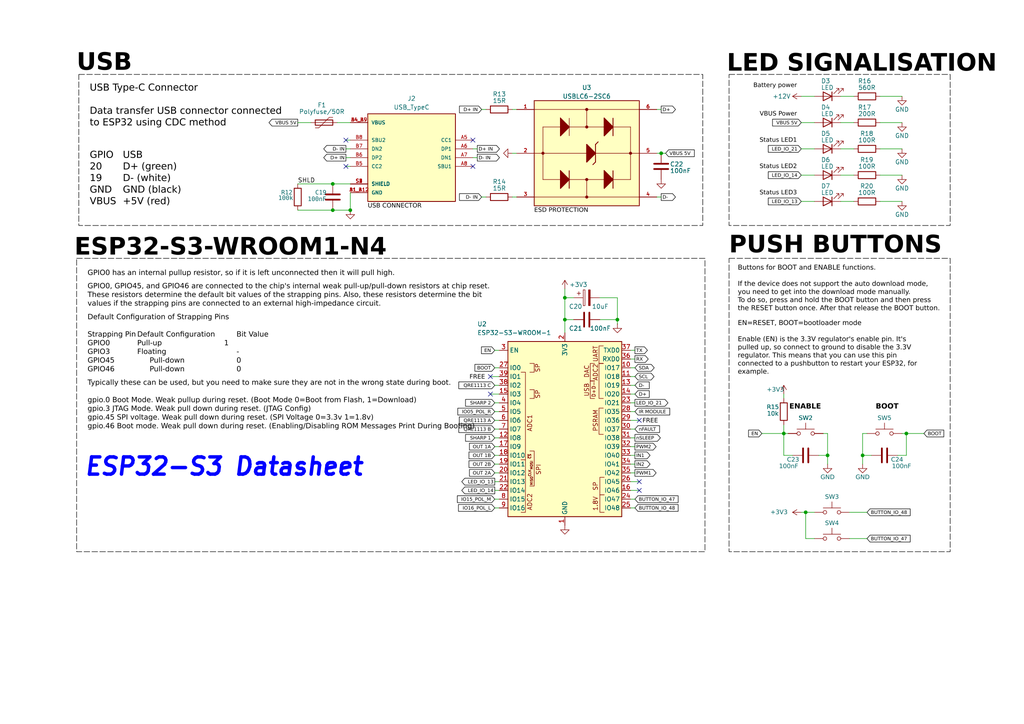
<source format=kicad_sch>
(kicad_sch (version 20250114) (generator "eeschema") (generator_version "9.0")
  (paper "A4")
  (title_block (title "SUMEC_MK_IV") (date "2024-08-05") (rev "v3.0.9") (company "SPS NA PROSEKU") (comment 1 "Made in Prague, Czech Republic") (comment 2 "CONTACT: Savva Popov, savva.popov.sp@gmail.com, +420 605 570 366") (comment 3 "Made by bismarx-v1") (comment 4 "SUMEC MK IV aka SMD-V3 board"))
  (lib_symbols
    (symbol "Device:C" (pin_numbers (hide yes)) (pin_names (offset 0.254))
      (property "Reference" "C" (at 0.635 2.54 0))
      (property "Value" "C" (at 0.635 -2.54 0))
      (symbol "C_0_1"
        (polyline (pts (xy -2.032 0.762) (xy 2.032 0.762)) (stroke (width 0.508)))
        (polyline (pts (xy -2.032 -0.762) (xy 2.032 -0.762)) (stroke (width 0.508)))
      )
      (symbol "C_1_1"
        (pin passive line (at 0 3.81 270) (length 2.794) (name "~") (number "1"))
        (pin passive line (at 0 -3.81 90) (length 2.794) (name "~") (number "2"))
      )
    )
    (symbol "Device:C_Polarized" (pin_numbers (hide yes)) (pin_names (offset 0.254))
      (property "Reference" "C" (at 0.635 2.54 0))
      (property "Value" "C_Polarized" (at 0.635 -2.54 0))
      (symbol "C_Polarized_0_1"
        (rectangle (start -2.286 0.508) (end 2.286 1.016))
        (polyline (pts (xy -1.778 2.286) (xy -0.762 2.286)))
        (polyline (pts (xy -1.27 2.794) (xy -1.27 1.778)))
        (rectangle (start 2.286 -0.508) (end -2.286 -1.016) (fill (type outline)))
      )
      (symbol "C_Polarized_1_1"
        (pin passive line (at 0 3.81 270) (length 2.794) (name "~") (number "1"))
        (pin passive line (at 0 -3.81 90) (length 2.794) (name "~") (number "2"))
      )
    )
    (symbol "Device:LED" (pin_numbers (hide yes)) (pin_names (offset 1.016) (hide yes))
      (property "Reference" "D" (at 0 2.54 0))
      (property "Value" "LED" (at 0 -2.54 0))
      (symbol "LED_0_1"
        (polyline (pts (xy -3.048 -0.762) (xy -4.572 -2.286) (xy -3.81 -2.286) (xy -4.572 -2.286) (xy -4.572 -1.524)))
        (polyline (pts (xy -1.778 -0.762) (xy -3.302 -2.286) (xy -2.54 -2.286) (xy -3.302 -2.286) (xy -3.302 -1.524)))
        (polyline (pts (xy -1.27 0) (xy 1.27 0)))
        (polyline (pts (xy -1.27 -1.27) (xy -1.27 1.27)) (stroke (width 0.254)))
        (polyline (pts (xy 1.27 -1.27) (xy 1.27 1.27) (xy -1.27 0) (xy 1.27 -1.27)) (stroke (width 0.254)))
      )
      (symbol "LED_1_1"
        (pin passive line (at -3.81 0 0) (length 2.54) (name "K") (number "1"))
        (pin passive line (at 3.81 0 180) (length 2.54) (name "A") (number "2"))
      )
    )
    (symbol "Device:Polyfuse" (pin_numbers (hide yes)) (pin_names (offset 0))
      (property "Reference" "F" (at -2.54 0 90))
      (property "Value" "Polyfuse" (at 2.54 0 90))
      (symbol "Polyfuse_0_1"
        (polyline (pts (xy -1.524 2.54) (xy -1.524 1.524) (xy 1.524 -1.524) (xy 1.524 -2.54)))
        (rectangle (start -0.762 2.54) (end 0.762 -2.54) (stroke (width 0.254)))
        (polyline (pts (xy 0 2.54) (xy 0 -2.54)))
      )
      (symbol "Polyfuse_1_1"
        (pin passive line (at 0 3.81 270) (length 1.27) (name "~") (number "1"))
        (pin passive line (at 0 -3.81 90) (length 1.27) (name "~") (number "2"))
      )
    )
    (symbol "Device:R" (pin_numbers (hide yes)) (pin_names (offset 0))
      (property "Reference" "R" (at 2.032 0 90))
      (property "Value" "R" (at 0 0 90))
      (symbol "R_0_1"
        (rectangle (start -1.016 -2.54) (end 1.016 2.54) (stroke (width 0.254)))
      )
      (symbol "R_1_1"
        (pin passive line (at 0 3.81 270) (length 1.27) (name "~") (number "1"))
        (pin passive line (at 0 -3.81 90) (length 1.27) (name "~") (number "2"))
      )
    )
    (symbol "ESP32-S3-WROOM-1_CUSTOM_made_by_bismarx_1"
      (property "Reference" "U3" (at -26.162 -28.956 0))
      (property "Value" "ESP32-S3-WROOM-1" (at -26.162 -30.734 0))
      (symbol "ESP32-S3-WROOM-1_CUSTOM_made_by_bismarx_1_0_0"
        (rectangle (start -20.32 25.4) (end 12.7 -25.4) (stroke (width 0.254)) (fill (type background)))
        (text "PSRAM" (at 5.08 2.54 900) (effects (font (size 1.27 1.27))))
      )
      (symbol "ESP32-S3-WROOM-1_CUSTOM_made_by_bismarx_1_0_1"
        (polyline (pts (xy -16.51 16.51) (xy -15.24 16.51) (xy -15.24 -8.89) (xy -16.51 -8.89)))
        (polyline (pts (xy -16.51 -8.89) (xy -15.24 -8.89) (xy -15.24 -24.13) (xy -16.51 -24.13)))
        (polyline (pts (xy -13.97 16.51) (xy -12.7 16.51) (xy -12.7 19.05) (xy -13.97 19.05)))
        (polyline (pts (xy -13.97 8.89) (xy -12.7 8.89) (xy -12.7 11.43) (xy -13.97 11.43)))
        (polyline (pts (xy -13.97 -16.51) (xy -12.7 -16.51) (xy -12.7 -6.35) (xy -13.97 -6.35)))
        (polyline (pts (xy 4.826 13.97) (xy 3.556 13.97) (xy 3.556 19.05) (xy 4.826 19.05)))
        (polyline (pts (xy 4.826 8.89) (xy 3.556 8.89) (xy 3.556 13.97) (xy 4.826 13.97)))
        (polyline (pts (xy 7.366 19.05) (xy 6.096 19.05) (xy 6.096 24.13) (xy 7.366 24.13)))
        (polyline (pts (xy 7.366 8.89) (xy 6.096 8.89) (xy 6.096 19.05) (xy 7.366 19.05)))
        (polyline (pts (xy 7.366 -1.524) (xy 6.096 -1.524) (xy 6.096 6.096) (xy 7.366 6.096)))
        (polyline (pts (xy 7.62 -19.05) (xy 6.35 -19.05) (xy 6.35 -13.97) (xy 7.62 -13.97)))
        (polyline (pts (xy 7.62 -24.13) (xy 6.35 -24.13) (xy 6.35 -19.05) (xy 7.62 -19.05)))
      )
      (symbol "ESP32-S3-WROOM-1_CUSTOM_made_by_bismarx_1_1_0"
        (text "ADC1" (at -13.97 1.778 900) (effects (font (size 1.27 1.27))))
        (text "~{CS}" (at -13.97 -7.874 900) (effects (font (size 0.7 0.7))))
        (text "CLK" (at -13.97 -12.7 900) (effects (font (size 0.7 0.7))))
        (text "ADC2" (at -13.97 -21.082 900) (effects (font (size 1.27 1.27))))
        (text "MOSI" (at -13.462 -10.414 900) (effects (font (size 0.7 0.7))))
        (text "MISO" (at -13.462 -14.986 900) (effects (font (size 0.7 0.7))))
        (text "SP" (at -11.684 17.78 900) (effects (font (size 1.27 1.27))))
        (text "SP" (at -11.684 10.16 900) (effects (font (size 1.27 1.27))))
        (text "SPI" (at -11.43 -11.684 900) (effects (font (size 1.27 1.27))))
        (text "DAC" (at 2.54 16.764 900) (effects (font (size 1.27 1.27))))
        (text "USB" (at 2.54 11.43 900) (effects (font (size 1.27 1.27))))
        (text "D-" (at 4.572 12.7 900) (effects (font (size 1 1))))
        (text "D+" (at 4.572 10.414 900) (effects (font (size 1 1))))
        (text "UART" (at 5.08 21.844 900) (effects (font (size 1.27 1.27))))
        (text "ADC2" (at 5.08 16.51 900) (effects (font (size 1.27 1.27))))
        (text "SP" (at 5.08 -16.51 900) (effects (font (size 1.27 1.27))))
        (text "1.8V" (at 5.08 -21.59 900) (effects (font (size 1.27 1.27))))
      )
      (symbol "ESP32-S3-WROOM-1_CUSTOM_made_by_bismarx_1_1_1"
        (pin input line (at -22.86 22.86 0) (length 2.54) (name "EN") (number "3"))
        (pin bidirectional line (at -22.86 17.78 0) (length 2.54) (name "IO0") (number "27"))
        (pin bidirectional line (at -22.86 15.24 0) (length 2.54) (name "IO1") (number "39"))
        (pin bidirectional line (at -22.86 12.7 0) (length 2.54) (name "IO2") (number "38"))
        (pin bidirectional line (at -22.86 10.16 0) (length 2.54) (name "IO3") (number "15"))
        (pin bidirectional line (at -22.86 7.62 0) (length 2.54) (name "IO4") (number "4"))
        (pin bidirectional line (at -22.86 5.08 0) (length 2.54) (name "IO5") (number "5"))
        (pin bidirectional line (at -22.86 2.54 0) (length 2.54) (name "IO6") (number "6"))
        (pin bidirectional line (at -22.86 0 0) (length 2.54) (name "IO7") (number "7"))
        (pin bidirectional line (at -22.86 -2.54 0) (length 2.54) (name "IO8") (number "12"))
        (pin bidirectional line (at -22.86 -5.08 0) (length 2.54) (name "IO9") (number "17"))
        (pin bidirectional line (at -22.86 -7.62 0) (length 2.54) (name "IO10") (number "18"))
        (pin bidirectional line (at -22.86 -10.16 0) (length 2.54) (name "IO11") (number "19"))
        (pin bidirectional line (at -22.86 -12.7 0) (length 2.54) (name "IO12") (number "20"))
        (pin bidirectional line (at -22.86 -15.24 0) (length 2.54) (name "IO13") (number "21"))
        (pin bidirectional line (at -22.86 -17.78 0) (length 2.54) (name "IO14") (number "22"))
        (pin bidirectional line (at -22.86 -20.32 0) (length 2.54) (name "IO15") (number "8"))
        (pin bidirectional line (at -22.86 -22.86 0) (length 2.54) (name "IO16") (number "9"))
        (pin power_in line (at -3.81 27.94 270) (length 2.54) (name "3V3") (number "2"))
        (pin power_in line (at -3.81 -27.94 90) (length 2.54) (name "GND") (number "1"))
        (pin passive line (at -3.81 -27.94 90) (length 2.54) (hide yes) (name "GND") (number "40"))
        (pin passive line (at -3.81 -27.94 90) (length 2.54) (hide yes) (name "GND") (number "41"))
        (pin bidirectional line (at 15.24 22.86 180) (length 2.54) (name "TXD0") (number "37"))
        (pin bidirectional line (at 15.24 20.32 180) (length 2.54) (name "RXD0") (number "36"))
        (pin bidirectional line (at 15.24 17.78 180) (length 2.54) (name "IO17") (number "10"))
        (pin bidirectional line (at 15.24 15.24 180) (length 2.54) (name "IO18") (number "11"))
        (pin bidirectional line (at 15.24 12.7 180) (length 2.54) (name "IO19") (number "13"))
        (pin bidirectional line (at 15.24 10.16 180) (length 2.54) (name "IO20") (number "14"))
        (pin bidirectional line (at 15.24 7.62 180) (length 2.54) (name "IO21") (number "23"))
        (pin bidirectional line (at 15.24 5.08 180) (length 2.54) (name "IO35") (number "28"))
        (pin bidirectional line (at 15.24 2.54 180) (length 2.54) (name "IO36") (number "29"))
        (pin bidirectional line (at 15.24 0 180) (length 2.54) (name "IO37") (number "30"))
        (pin bidirectional line (at 15.24 -2.54 180) (length 2.54) (name "IO38") (number "31"))
        (pin bidirectional line (at 15.24 -5.08 180) (length 2.54) (name "IO39") (number "32"))
        (pin bidirectional line (at 15.24 -7.62 180) (length 2.54) (name "IO40") (number "33"))
        (pin bidirectional line (at 15.24 -10.16 180) (length 2.54) (name "IO41") (number "34"))
        (pin bidirectional line (at 15.24 -12.7 180) (length 2.54) (name "IO42") (number "35"))
        (pin bidirectional line (at 15.24 -15.24 180) (length 2.54) (name "IO45") (number "26"))
        (pin bidirectional line (at 15.24 -17.78 180) (length 2.54) (name "IO46") (number "16"))
        (pin bidirectional line (at 15.24 -20.32 180) (length 2.54) (name "IO47") (number "24"))
        (pin bidirectional line (at 15.24 -22.86 180) (length 2.54) (name "IO48") (number "25"))
      )
    )
    (symbol "GND_1" (power) (pin_numbers (hide yes)) (pin_names (offset 0) (hide yes))
      (property "Value" "GND" (at 0 -3.81 0))
      (symbol "GND_1_0_1"
        (polyline (pts (xy 0 0) (xy 0 -1.27) (xy 1.27 -1.27) (xy 0 -2.54) (xy -1.27 -1.27) (xy 0 -1.27)))
      )
      (symbol "GND_1_1_1"
        (pin power_in line (at 0 0 270) (length 0) (name "~") (number "1"))
      )
    )
    (symbol "Switch:SW_Push" (pin_numbers (hide yes)) (pin_names (offset 1.016) (hide yes))
      (property "Reference" "SW" (at 1.27 2.54 0))
      (property "Value" "SW_Push" (at 0 -1.524 0))
      (symbol "SW_Push_0_1"
        (circle (center -2.032 0) (radius 0.508))
        (polyline (pts (xy 0 1.27) (xy 0 3.048)))
        (circle (center 2.032 0) (radius 0.508))
        (polyline (pts (xy 2.54 1.27) (xy -2.54 1.27)))
        (pin passive line (at -5.08 0 0) (length 2.54) (name "1") (number "1"))
        (pin passive line (at 5.08 0 180) (length 2.54) (name "2") (number "2"))
      )
    )
    (symbol "power:+12V" (power) (pin_names (offset 0))
      (property "Value" "+12V" (at 0 3.556 0))
      (symbol "+12V_0_1"
        (polyline (pts (xy -0.762 1.27) (xy 0 2.54)))
        (polyline (pts (xy 0 2.54) (xy 0.762 1.27)))
        (polyline (pts (xy 0 0) (xy 0 2.54)))
      )
      (symbol "+12V_1_1"
        (pin power_in line (at 0 0 90) (length 0) (hide yes) (name "+12V") (number "1"))
      )
    )
    (symbol "power:+3V3" (power) (pin_names (offset 0))
      (property "Value" "+3V3" (at 0 3.556 0))
      (symbol "+3V3_0_1"
        (polyline (pts (xy -0.762 1.27) (xy 0 2.54)))
        (polyline (pts (xy 0 2.54) (xy 0.762 1.27)))
        (polyline (pts (xy 0 0) (xy 0 2.54)))
      )
      (symbol "+3V3_1_1"
        (pin power_in line (at 0 0 90) (length 0) (hide yes) (name "+3V3") (number "1"))
      )
    )
    (symbol "power:GND" (power) (pin_names (offset 0))
      (property "Value" "GND" (at 0 -3.81 0))
      (symbol "GND_0_1"
        (polyline (pts (xy 0 0) (xy 0 -1.27) (xy 1.27 -1.27) (xy 0 -2.54) (xy -1.27 -1.27) (xy 0 -1.27)))
      )
      (symbol "GND_1_1"
        (pin power_in line (at 0 0 270) (length 0) (hide yes) (name "GND") (number "1"))
      )
    )
    (symbol "sumec_library:USBLC6-2SC6" (pin_names (offset 1.016))
      (property "Reference" "U" (at -15.2693 17.8093 0))
      (property "Value" "USBLC6-2SC6" (at -15.2559 -17.7959 0))
      (symbol "USBLC6-2SC6_0_0"
        (polyline (pts (xy -15.24 12.7) (xy 0 12.7)) (stroke (width 0.1524)))
        (polyline (pts (xy -15.24 -12.7) (xy 0 -12.7)) (stroke (width 0.1524)))
        (rectangle (start -15.24 -15.24) (end 15.24 15.24) (stroke (width 0.254)) (fill (type background)))
        (polyline (pts (xy -12.7 7.62) (xy -12.7 0)) (stroke (width 0.1524)))
        (polyline (pts (xy -12.7 7.62) (xy -7.62 7.62)) (stroke (width 0.1524)))
        (circle (center -12.7 0) (radius 0.254) (stroke (width 0.381)))
        (polyline (pts (xy -12.7 0) (xy -15.24 0)) (stroke (width 0.1524)))
        (polyline (pts (xy -12.7 0) (xy -12.7 -7.62)) (stroke (width 0.1524)))
        (polyline (pts (xy -12.7 0) (xy 0 0)) (stroke (width 0.1524)))
        (polyline (pts (xy -12.7 -7.62) (xy -7.62 -7.62)) (stroke (width 0.1524)))
        (polyline (pts (xy -7.62 10.16) (xy -5.08 7.62)) (stroke (width 0.254)))
        (polyline (pts (xy -7.62 10.16) (xy -7.62 5.08) (xy -5.08 7.62) (xy -7.62 10.16)) (stroke (width 0.254)) (fill (type outline)))
        (polyline (pts (xy -7.62 7.62) (xy -7.62 10.16)) (stroke (width 0.254)))
        (polyline (pts (xy -7.62 5.08) (xy -7.62 7.62)) (stroke (width 0.254)))
        (polyline (pts (xy -7.62 -5.08) (xy -5.08 -7.62)) (stroke (width 0.254)))
        (polyline (pts (xy -7.62 -5.08) (xy -7.62 -10.16) (xy -5.08 -7.62) (xy -7.62 -5.08)) (stroke (width 0.254)) (fill (type outline)))
        (polyline (pts (xy -7.62 -7.62) (xy -7.62 -5.08)) (stroke (width 0.254)))
        (polyline (pts (xy -7.62 -10.16) (xy -7.62 -7.62)) (stroke (width 0.254)))
        (polyline (pts (xy -5.08 10.16) (xy -5.08 7.62)) (stroke (width 0.1524)))
        (polyline (pts (xy -5.08 7.62) (xy -7.62 5.08)) (stroke (width 0.254)))
        (polyline (pts (xy -5.08 7.62) (xy -5.08 5.08)) (stroke (width 0.1524)))
        (polyline (pts (xy -5.08 7.62) (xy 0 7.62)) (stroke (width 0.1524)))
        (polyline (pts (xy -5.08 -5.08) (xy -5.08 -7.62)) (stroke (width 0.254)))
        (polyline (pts (xy -5.08 -7.62) (xy -7.62 -10.16)) (stroke (width 0.254)))
        (polyline (pts (xy -5.08 -7.62) (xy -5.08 -10.16)) (stroke (width 0.254)))
        (polyline (pts (xy -5.08 -7.62) (xy 0 -7.62)) (stroke (width 0.1524)))
        (circle (center 0 12.7) (radius 0.254) (stroke (width 0.381)))
        (polyline (pts (xy 0 12.7) (xy 15.24 12.7)) (stroke (width 0.1524)))
        (circle (center 0 7.62) (radius 0.254) (stroke (width 0.381)))
        (polyline (pts (xy 0 7.62) (xy 0 12.7)) (stroke (width 0.1524)))
        (polyline (pts (xy 0 7.62) (xy 5.08 7.62)) (stroke (width 0.1524)))
        (polyline (pts (xy 0 2.54) (xy 2.54 0)) (stroke (width 0.254)))
        (polyline (pts (xy 0 2.54) (xy 0 -2.54) (xy 2.54 0) (xy 0 2.54)) (stroke (width 0.254)) (fill (type outline)))
        (polyline (pts (xy 0 0) (xy 0 2.54)) (stroke (width 0.254)))
        (polyline (pts (xy 0 -2.54) (xy 0 0)) (stroke (width 0.254)))
        (polyline (pts (xy 0 -7.62) (xy 0 -12.7)) (stroke (width 0.1524)))
        (polyline (pts (xy 0 -7.62) (xy 5.08 -7.62)) (stroke (width 0.1524)))
        (circle (center 0 -7.62) (radius 0.254) (stroke (width 0.381)))
        (circle (center 0 -12.7) (radius 0.254) (stroke (width 0.381)))
        (polyline (pts (xy 2.54 2.54) (xy 2.54 -2.54)) (stroke (width 0.254)))
        (polyline (pts (xy 2.54 2.54) (xy 3.302 3.302)) (stroke (width 0.254)))
        (polyline (pts (xy 2.54 0) (xy 0 -2.54)) (stroke (width 0.254)))
        (polyline (pts (xy 2.54 0) (xy 12.7 0)) (stroke (width 0.1524)))
        (polyline (pts (xy 2.54 -2.54) (xy 1.778 -3.302)) (stroke (width 0.254)))
        (polyline (pts (xy 5.08 10.16) (xy 7.62 7.62)) (stroke (width 0.254)))
        (polyline (pts (xy 5.08 10.16) (xy 5.08 5.08) (xy 7.62 7.62) (xy 5.08 10.16)) (stroke (width 0.254)) (fill (type outline)))
        (polyline (pts (xy 5.08 7.62) (xy 5.08 10.16)) (stroke (width 0.254)))
        (polyline (pts (xy 5.08 5.08) (xy 5.08 7.62)) (stroke (width 0.254)))
        (polyline (pts (xy 5.08 -5.08) (xy 7.62 -7.62)) (stroke (width 0.254)))
        (polyline (pts (xy 5.08 -5.08) (xy 5.08 -10.16) (xy 7.62 -7.62) (xy 5.08 -5.08)) (stroke (width 0.254)) (fill (type outline)))
        (polyline (pts (xy 5.08 -7.62) (xy 5.08 -5.08)) (stroke (width 0.254)))
        (polyline (pts (xy 5.08 -10.16) (xy 5.08 -7.62)) (stroke (width 0.254)))
        (polyline (pts (xy 7.62 10.16) (xy 7.62 7.62)) (stroke (width 0.254)))
        (polyline (pts (xy 7.62 7.62) (xy 5.08 5.08)) (stroke (width 0.254)))
        (polyline (pts (xy 7.62 7.62) (xy 7.62 5.08)) (stroke (width 0.254)))
        (polyline (pts (xy 7.62 7.62) (xy 12.7 7.62)) (stroke (width 0.1524)))
        (polyline (pts (xy 7.62 -5.08) (xy 7.62 -7.62)) (stroke (width 0.254)))
        (polyline (pts (xy 7.62 -7.62) (xy 5.08 -10.16)) (stroke (width 0.254)))
        (polyline (pts (xy 7.62 -7.62) (xy 7.62 -10.16)) (stroke (width 0.254)))
        (polyline (pts (xy 7.62 -7.62) (xy 12.7 -7.62)) (stroke (width 0.1524)))
        (polyline (pts (xy 12.7 7.62) (xy 12.7 0)) (stroke (width 0.1524)))
        (polyline (pts (xy 12.7 0) (xy 12.7 -7.62)) (stroke (width 0.1524)))
        (polyline (pts (xy 12.7 0) (xy 15.24 0)) (stroke (width 0.1524)))
        (circle (center 12.7 0) (radius 0.254) (stroke (width 0.381)))
        (polyline (pts (xy 15.24 -12.7) (xy 0 -12.7)) (stroke (width 0.1524)))
        (pin bidirectional line (at -20.32 12.7 0) (length 5.08) (name "~") (number "1"))
        (pin power_in line (at -20.32 0 0) (length 5.08) (name "~") (number "2"))
        (pin bidirectional line (at -20.32 -12.7 0) (length 5.08) (name "~") (number "3"))
        (pin bidirectional line (at 20.32 12.7 180) (length 5.08) (name "~") (number "6"))
        (pin power_in line (at 20.32 0 180) (length 5.08) (name "~") (number "5"))
        (pin bidirectional line (at 20.32 -12.7 180) (length 5.08) (name "~") (number "4"))
      )
    )
    (symbol "sumec_sch_lib:USB_TypeC" (pin_names (offset 1.016))
      (property "Reference" "J" (at -12.7 13.462 0))
      (property "Value" "USB_TypeC" (at -12.7 -13.462 0))
      (symbol "USB_TypeC_0_0"
        (rectangle (start -12.7 -12.7) (end 12.7 12.7) (stroke (width 0.254)) (fill (type background)))
        (pin bidirectional line (at -17.78 5.08 0) (length 5.08) (name "CC1") (number "A5"))
        (pin bidirectional line (at -17.78 2.54 0) (length 5.08) (name "DP1") (number "A6"))
        (pin bidirectional line (at -17.78 0 0) (length 5.08) (name "DN1") (number "A7"))
        (pin bidirectional line (at -17.78 -2.54 0) (length 5.08) (name "SBU1") (number "A8"))
        (pin power_in line (at 17.78 10.16 180) (length 5.08) (name "VBUS") (number "A4_B9"))
        (pin power_in line (at 17.78 10.16 180) (length 5.08) (name "VBUS") (number "B4_A9"))
        (pin bidirectional line (at 17.78 5.08 180) (length 5.08) (name "SBU2") (number "B8"))
        (pin bidirectional line (at 17.78 2.54 180) (length 5.08) (name "DN2") (number "B7"))
        (pin bidirectional line (at 17.78 0 180) (length 5.08) (name "DP2") (number "B6"))
        (pin bidirectional line (at 17.78 -2.54 180) (length 5.08) (name "CC2") (number "B5"))
        (pin passive line (at 17.78 -7.62 180) (length 5.08) (name "SHIELD") (number "S1"))
        (pin passive line (at 17.78 -7.62 180) (length 5.08) (name "SHIELD") (number "S2"))
        (pin passive line (at 17.78 -7.62 180) (length 5.08) (name "SHIELD") (number "S3"))
        (pin passive line (at 17.78 -7.62 180) (length 5.08) (name "SHIELD") (number "S4"))
        (pin power_in line (at 17.78 -10.16 180) (length 5.08) (name "GND") (number "A1_B12"))
        (pin power_in line (at 17.78 -10.16 180) (length 5.08) (name "GND") (number "B1_A12"))
      )
    )
  )
  (rectangle (start 211.455 21.59) (end 275.59 65.405) (stroke (width 0) (type dash) (color 0 0 0 1)))
  (rectangle (start 211.455 74.93) (end 275.59 160.02) (stroke (width 0) (type dash) (color 0 0 0 1)))
  (rectangle (start 22.225 74.93) (end 204.47 160.02) (stroke (width 0) (type dash) (color 0 0 0 1)))
  (rectangle (start 22.86 21.59) (end 203.835 65.405) (stroke (width 0) (type dash) (color 0 0 0 1)))
  (text "VBUS Power" (at 231.14 34.29 0) (effects (font (size 1.27 1.27)) (justify right bottom)))
  (text "Typically these can be used, but you need to make sure they are not in the wrong state during boot.\n\ngpio.0 Boot Mode. Weak pullup during reset. (Boot Mode 0=Boot from Flash, 1=Download)\ngpio.3 JTAG Mode. Weak pull down during reset. (JTAG Config)\ngpio.45 SPI voltage. Weak pull down during reset. (SPI Voltage 0=3.3v 1=1.8v)\ngpio.46 Boot mode. Weak pull down during reset. (Enabling/Disabling ROM Messages Print During Booting)" (at 25.4 125.095 0) (effects (font (size 1.5 1.5)) (justify left bottom)))
  (text "Status LED3" (at 231.14 57.15 0) (effects (font (size 1.27 1.27)) (justify right bottom)))
  (text "GPIO0 has an internal pullup resistor, so if it is left unconnected then it will pull high." (at 25.4 80.645 0) (effects (font (size 1.5 1.5)) (justify left bottom)))
  (text "ESD PROTECTION" (at 154.94 62.23 0) (effects (font (size 1.27 1.27)) (justify left bottom)))
  (text "ESP32-S3-WROOM1-N4" (at 21.59 76.2 0) (effects (font (size 5 5) (bold yes)) (justify left bottom)))
  (text "FREE" (at 138.43 109.855 0) (effects (font (size 1.27 1.27))))
  (text "USB CONNECTOR" (at 106.68 60.96 0) (effects (font (size 1.27 1.27)) (justify left bottom)))
  (text "GPIO0, GPIO45, and GPIO46 are connected to the chip's internal weak pull-up/pull-down resistors at chip reset.\nThese resistors determine the default bit values of the strapping pins. Also, these resistors determine the bit\nvalues if the strapping pins are connected to an external high-impedance circuit." (at 25.4 89.535 0) (effects (font (size 1.5 1.5)) (justify left bottom)))
  (text "FREE" (at 188.595 122.555 0) (effects (font (size 1.27 1.27))))
  (text "USB Type-C Connector\n\nData transfer USB connector connected\nto ESP32 using CDC method" (at 26.035 37.465 0) (effects (font (size 2 2) (italic yes)) (justify left bottom)))
  (text "LED SIGNALISATION" (at 210.82 22.86 0) (effects (font (size 5 5) (bold yes)) (justify left bottom)))
  (text "EN=RESET, BOOT=bootloader mode\n\nEnable (EN) is the 3.3V regulator's enable pin. It's\npulled up, so connect to ground to disable the 3.3V\nregulator. This means that you can use this pin\nconnected to a pushbutton to restart your ESP32, for\nexample." (at 213.995 109.22 0) (effects (font (size 1.4 1.4) (italic yes)) (justify left bottom)))
  (text "ENABLE" (at 238.125 119.38 0) (effects (font (size 1.5 1.5) (thickness 0.254) (bold yes)) (justify right bottom)))
  (text "BOOT" (at 254 119.38 0) (effects (font (size 1.5 1.5) (bold yes)) (justify left bottom)))
  (text "USB" (at 22.225 19.685 0) (effects (font (size 5 5) (thickness 1.2) (bold yes)) (justify left)))
  (text "Buttons for BOOT and ENABLE functions.\n\nIf the device does not support the auto download mode,\nyou need to get into the download mode manually. \nTo do so, press and hold the BOOT button and then press \nthe RESET button once. After that release the BOOT button." (at 213.995 90.805 0) (effects (font (size 1.4 1.4) (italic yes)) (justify left bottom)))
  (text "Battery power" (at 231.14 26.035 0) (effects (font (size 1.27 1.27)) (justify right bottom)))
  (text "Status LED2" (at 231.14 49.53 0) (effects (font (size 1.27 1.27)) (justify right bottom)))
  (text "PUSH BUTTONS" (at 211.455 75.565 0) (effects (font (size 5 5) (bold yes)) (justify left bottom)))
  (text "ESP32-S3 Datasheet" (at 24.13 138.43 0) (effects (font (size 5 5) (thickness 1) (bold yes) (italic yes)) (justify left bottom)))
  (text "Status LED1" (at 231.14 41.91 0) (effects (font (size 1.27 1.27)) (justify right bottom)))
  (text "Default Configuration of Strapping Pins\n\nStrapping Pin	Default Configuration		Bit Value\nGPIO0 			Pull-up						1\nGPIO3			Floating						-\nGPIO45			Pull-down					0\nGPIO46			Pull-down					0" (at 25.4 108.585 0) (effects (font (size 1.5 1.5)) (justify left bottom)))
  (text "GPIO	USB\n20		D+ (green)\n19		D- (white)\nGND	GND (black)\nVBUS	+5V (red)" (at 26.035 60.325 0) (effects (font (size 2 2)) (justify left bottom)))
  (junction (at 233.68 148.59))
  (junction (at 96.52 60.96))
  (junction (at 96.52 53.34))
  (junction (at 163.83 86.36))
  (junction (at 163.83 92.71))
  (junction (at 240.03 132.08))
  (junction (at 179.07 92.71))
  (junction (at 101.6 60.96))
  (junction (at 250.19 132.08))
  (junction (at 191.77 44.45))
  (junction (at 262.89 125.73))
  (junction (at 227.33 125.73))
  (no_connect (at 185.42 121.92))
  (no_connect (at 142.24 114.3))
  (no_connect (at 100.33 40.64))
  (no_connect (at 137.16 40.64))
  (no_connect (at 137.16 48.26))
  (no_connect (at 185.42 139.7))
  (no_connect (at 185.42 142.24))
  (no_connect (at 142.24 109.22))
  (no_connect (at 100.33 48.26))
  (wire (pts (xy 240.03 125.73) (xy 238.76 125.73)))
  (wire (pts (xy 250.19 134.62) (xy 250.19 132.08)))
  (wire (pts (xy 250.19 132.08) (xy 252.73 132.08)))
  (wire (pts (xy 96.52 53.34) (xy 101.6 53.34)))
  (wire (pts (xy 86.36 53.34) (xy 96.52 53.34)))
  (wire (pts (xy 246.38 148.59) (xy 251.46 148.59)))
  (wire (pts (xy 184.15 124.46) (xy 182.88 124.46)))
  (wire (pts (xy 142.24 109.22) (xy 144.78 109.22)))
  (wire (pts (xy 179.07 86.36) (xy 179.07 92.71)))
  (wire (pts (xy 227.33 115.57) (xy 227.33 114.3)))
  (wire (pts (xy 255.27 50.8) (xy 261.62 50.8)))
  (wire (pts (xy 227.33 125.73) (xy 228.6 125.73)))
  (wire (pts (xy 232.41 35.56) (xy 236.22 35.56)))
  (wire (pts (xy 240.03 132.08) (xy 237.49 132.08)))
  (wire (pts (xy 233.68 156.21) (xy 236.22 156.21)))
  (wire (pts (xy 100.33 40.64) (xy 101.6 40.64)))
  (wire (pts (xy 138.43 43.18) (xy 137.16 43.18)))
  (wire (pts (xy 90.17 35.56) (xy 86.36 35.56)))
  (wire (pts (xy 143.51 132.08) (xy 144.78 132.08)))
  (wire (pts (xy 163.83 92.71) (xy 163.83 96.52)))
  (wire (pts (xy 184.15 104.14) (xy 182.88 104.14)))
  (wire (pts (xy 143.51 121.92) (xy 144.78 121.92)))
  (wire (pts (xy 184.15 101.6) (xy 182.88 101.6)))
  (wire (pts (xy 143.51 127) (xy 144.78 127)))
  (wire (pts (xy 184.15 127) (xy 182.88 127)))
  (wire (pts (xy 139.7 31.75) (xy 140.97 31.75)))
  (wire (pts (xy 184.15 144.78) (xy 182.88 144.78)))
  (wire (pts (xy 185.42 142.24) (xy 182.88 142.24)))
  (wire (pts (xy 191.77 57.15) (xy 190.5 57.15)))
  (wire (pts (xy 191.77 44.45) (xy 190.5 44.45)))
  (wire (pts (xy 262.89 125.73) (xy 267.97 125.73)))
  (wire (pts (xy 139.7 57.15) (xy 140.97 57.15)))
  (wire (pts (xy 255.27 27.94) (xy 261.62 27.94)))
  (wire (pts (xy 163.83 86.36) (xy 163.83 92.71)))
  (wire (pts (xy 184.15 134.62) (xy 182.88 134.62)))
  (wire (pts (xy 193.04 44.45) (xy 191.77 44.45)))
  (wire (pts (xy 148.59 57.15) (xy 149.86 57.15)))
  (wire (pts (xy 100.33 43.18) (xy 101.6 43.18)))
  (wire (pts (xy 86.36 60.96) (xy 96.52 60.96)))
  (wire (pts (xy 232.41 43.18) (xy 236.22 43.18)))
  (wire (pts (xy 143.51 101.6) (xy 144.78 101.6)))
  (wire (pts (xy 96.52 60.96) (xy 101.6 60.96)))
  (wire (pts (xy 262.89 125.73) (xy 262.89 132.08)))
  (wire (pts (xy 185.42 139.7) (xy 182.88 139.7)))
  (wire (pts (xy 220.98 125.73) (xy 227.33 125.73)))
  (wire (pts (xy 143.51 144.78) (xy 144.78 144.78)))
  (wire (pts (xy 163.83 86.36) (xy 166.37 86.36)))
  (wire (pts (xy 143.51 134.62) (xy 144.78 134.62)))
  (wire (pts (xy 243.84 58.42) (xy 247.65 58.42)))
  (wire (pts (xy 255.27 58.42) (xy 261.62 58.42)))
  (wire (pts (xy 143.51 111.76) (xy 144.78 111.76)))
  (wire (pts (xy 143.51 139.7) (xy 144.78 139.7)))
  (wire (pts (xy 182.88 129.54) (xy 184.15 129.54)))
  (wire (pts (xy 255.27 35.56) (xy 261.62 35.56)))
  (wire (pts (xy 184.15 116.84) (xy 182.88 116.84)))
  (wire (pts (xy 262.89 125.73) (xy 261.62 125.73)))
  (wire (pts (xy 143.51 124.46) (xy 144.78 124.46)))
  (wire (pts (xy 184.15 111.76) (xy 182.88 111.76)))
  (wire (pts (xy 143.51 119.38) (xy 144.78 119.38)))
  (wire (pts (xy 233.68 148.59) (xy 233.68 156.21)))
  (wire (pts (xy 97.79 35.56) (xy 101.6 35.56)))
  (wire (pts (xy 143.51 147.32) (xy 144.78 147.32)))
  (wire (pts (xy 255.27 43.18) (xy 261.62 43.18)))
  (wire (pts (xy 243.84 43.18) (xy 247.65 43.18)))
  (wire (pts (xy 184.15 109.22) (xy 182.88 109.22)))
  (wire (pts (xy 243.84 35.56) (xy 247.65 35.56)))
  (wire (pts (xy 184.15 132.08) (xy 182.88 132.08)))
  (wire (pts (xy 227.33 123.19) (xy 227.33 125.73)))
  (wire (pts (xy 184.15 119.38) (xy 182.88 119.38)))
  (wire (pts (xy 148.59 31.75) (xy 149.86 31.75)))
  (wire (pts (xy 143.51 137.16) (xy 144.78 137.16)))
  (wire (pts (xy 232.41 148.59) (xy 233.68 148.59)))
  (wire (pts (xy 243.84 27.94) (xy 247.65 27.94)))
  (wire (pts (xy 243.84 50.8) (xy 247.65 50.8)))
  (wire (pts (xy 233.68 148.59) (xy 236.22 148.59)))
  (wire (pts (xy 240.03 134.62) (xy 240.03 132.08)))
  (wire (pts (xy 100.33 45.72) (xy 101.6 45.72)))
  (wire (pts (xy 148.59 44.45) (xy 149.86 44.45)))
  (wire (pts (xy 250.19 125.73) (xy 251.46 125.73)))
  (wire (pts (xy 184.15 114.3) (xy 182.88 114.3)))
  (wire (pts (xy 163.83 83.82) (xy 163.83 86.36)))
  (wire (pts (xy 166.37 92.71) (xy 163.83 92.71)))
  (wire (pts (xy 184.15 147.32) (xy 182.88 147.32)))
  (wire (pts (xy 232.41 27.94) (xy 236.22 27.94)))
  (wire (pts (xy 143.51 106.68) (xy 144.78 106.68)))
  (wire (pts (xy 179.07 92.71) (xy 179.07 93.98)))
  (wire (pts (xy 173.99 92.71) (xy 179.07 92.71)))
  (wire (pts (xy 143.51 142.24) (xy 144.78 142.24)))
  (wire (pts (xy 142.24 114.3) (xy 144.78 114.3)))
  (wire (pts (xy 240.03 125.73) (xy 240.03 132.08)))
  (wire (pts (xy 185.42 121.92) (xy 182.88 121.92)))
  (wire (pts (xy 190.5 31.75) (xy 191.77 31.75)))
  (wire (pts (xy 232.41 50.8) (xy 236.22 50.8)))
  (wire (pts (xy 143.51 116.84) (xy 144.78 116.84)))
  (wire (pts (xy 143.51 129.54) (xy 144.78 129.54)))
  (wire (pts (xy 138.43 45.72) (xy 137.16 45.72)))
  (wire (pts (xy 229.87 132.08) (xy 227.33 132.08)))
  (wire (pts (xy 101.6 60.96) (xy 101.6 55.88)))
  (wire (pts (xy 251.46 156.21) (xy 246.38 156.21)))
  (wire (pts (xy 184.15 137.16) (xy 182.88 137.16)))
  (wire (pts (xy 227.33 125.73) (xy 227.33 132.08)))
  (wire (pts (xy 173.99 86.36) (xy 179.07 86.36)))
  (wire (pts (xy 232.41 58.42) (xy 236.22 58.42)))
  (wire (pts (xy 100.33 48.26) (xy 101.6 48.26)))
  (wire (pts (xy 250.19 125.73) (xy 250.19 132.08)))
  (wire (pts (xy 260.35 132.08) (xy 262.89 132.08)))
  (wire (pts (xy 184.15 106.68) (xy 182.88 106.68)))
  (label "SHLD" (at 86.36 53.34 0))
  (global_label "D-" (shape input) (at 184.15 111.76 0) (effects (font (size 1 1))) (property "Intersheetrefs" "${INTERSHEET_REFS}" (effects (hide yes))))
  (global_label "LED_IO_13" (shape input) (at 232.41 58.42 180) (effects (font (size 1 1))) (property "Intersheetrefs" "${INTERSHEET_REFS}" (effects (hide yes))))
  (global_label "BUTTON_IO_47" (shape input) (at 184.15 144.78 0) (effects (font (size 1 1))) (property "Intersheetrefs" "${INTERSHEET_REFS}" (effects (hide yes))))
  (global_label "D+ IN" (shape input) (at 139.7 31.75 180) (effects (font (size 1 1))) (property "Intersheetrefs" "${INTERSHEET_REFS}" (effects (hide yes))))
  (global_label "LED_IO_14" (shape output) (at 143.51 142.24 180) (effects (font (size 1 1))) (property "Intersheetrefs" "${INTERSHEET_REFS}" (effects (hide yes))))
  (global_label "OUT 1A" (shape input) (at 143.51 129.54 180) (effects (font (size 1 1))) (property "Intersheetrefs" "${INTERSHEET_REFS}" (effects (hide yes))))
  (global_label "D-" (shape output) (at 191.77 57.15 0) (effects (font (size 1 1))) (property "Intersheetrefs" "${INTERSHEET_REFS}" (effects (hide yes))))
  (global_label "PWM2" (shape output) (at 184.15 129.54 0) (effects (font (size 1 1))) (property "Intersheetrefs" "${INTERSHEET_REFS}" (effects (hide yes))))
  (global_label "BUTTON_IO_48" (shape input) (at 184.15 147.32 0) (effects (font (size 1 1))) (property "Intersheetrefs" "${INTERSHEET_REFS}" (effects (hide yes))))
  (global_label "IO16_POL_L" (shape input) (at 143.51 147.32 180) (effects (font (size 1 1))) (property "Intersheetrefs" "${INTERSHEET_REFS}" (effects (hide yes))))
  (global_label "EN" (shape input) (at 143.51 101.6 180) (effects (font (size 1 1))) (property "Intersheetrefs" "${INTERSHEET_REFS}" (effects (hide yes))))
  (global_label "BUTTON_IO_47" (shape input) (at 251.46 156.21 0) (effects (font (size 1 1))) (property "Intersheetrefs" "${INTERSHEET_REFS}" (effects (hide yes))))
  (global_label "QRE1113 C" (shape input) (at 143.51 111.76 180) (effects (font (size 1 1))) (property "Intersheetrefs" "${INTERSHEET_REFS}" (effects (hide yes))))
  (global_label "SCL" (shape bidirectional) (at 184.15 109.22 0) (effects (font (size 1 1))) (property "Intersheetrefs" "${INTERSHEET_REFS}" (effects (hide yes))))
  (global_label "D+ IN" (shape output) (at 100.33 45.72 180) (effects (font (size 1 1))) (property "Intersheetrefs" "${INTERSHEET_REFS}" (effects (hide yes))))
  (global_label "D+" (shape output) (at 191.77 31.75 0) (effects (font (size 1 1))) (property "Intersheetrefs" "${INTERSHEET_REFS}" (effects (hide yes))))
  (global_label "SHARP 1" (shape input) (at 143.51 127 180) (effects (font (size 1 1))) (property "Intersheetrefs" "${INTERSHEET_REFS}" (effects (hide yes))))
  (global_label "OUT 2B" (shape input) (at 143.51 134.62 180) (effects (font (size 1 1))) (property "Intersheetrefs" "${INTERSHEET_REFS}" (effects (hide yes))))
  (global_label "IR MODULE" (shape input) (at 184.15 119.38 0) (effects (font (size 1 1))) (property "Intersheetrefs" "${INTERSHEET_REFS}" (effects (hide yes))))
  (global_label "BOOT" (shape input) (at 143.51 106.68 180) (effects (font (size 1 1))) (property "Intersheetrefs" "${INTERSHEET_REFS}" (effects (hide yes))))
  (global_label "LED_IO_13" (shape output) (at 143.51 139.7 180) (effects (font (size 1 1))) (property "Intersheetrefs" "${INTERSHEET_REFS}" (effects (hide yes))))
  (global_label "D- IN" (shape output) (at 138.43 45.72 0) (effects (font (size 1 1))) (property "Intersheetrefs" "${INTERSHEET_REFS}" (effects (hide yes))))
  (global_label "D+" (shape input) (at 184.15 114.3 0) (effects (font (size 1 1))) (property "Intersheetrefs" "${INTERSHEET_REFS}" (effects (hide yes))))
  (global_label "IO15_POL_M" (shape input) (at 143.51 144.78 180) (effects (font (size 1 1))) (property "Intersheetrefs" "${INTERSHEET_REFS}" (effects (hide yes))))
  (global_label "BOOT" (shape input) (at 267.97 125.73 0) (effects (font (size 1 1))) (property "Intersheetrefs" "${INTERSHEET_REFS}" (effects (hide yes))))
  (global_label "LED_IO_21" (shape output) (at 184.15 116.84 0) (effects (font (size 1 1))) (property "Intersheetrefs" "${INTERSHEET_REFS}" (effects (hide yes))))
  (global_label "IN2" (shape output) (at 184.15 134.62 0) (effects (font (size 1 1))) (property "Intersheetrefs" "${INTERSHEET_REFS}" (effects (hide yes))))
  (global_label "nSLEEP" (shape output) (at 184.15 127 0) (effects (font (size 1 1))) (property "Intersheetrefs" "${INTERSHEET_REFS}" (effects (hide yes))))
  (global_label "IO05_POL_R" (shape input) (at 143.51 119.38 180) (effects (font (size 1 1))) (property "Intersheetrefs" "${INTERSHEET_REFS}" (effects (hide yes))))
  (global_label "OUT 1B" (shape input) (at 143.51 132.08 180) (effects (font (size 1 1))) (property "Intersheetrefs" "${INTERSHEET_REFS}" (effects (hide yes))))
  (global_label "D- IN" (shape input) (at 139.7 57.15 180) (effects (font (size 1 1))) (property "Intersheetrefs" "${INTERSHEET_REFS}" (effects (hide yes))))
  (global_label "D- IN" (shape output) (at 100.33 43.18 180) (effects (font (size 1 1))) (property "Intersheetrefs" "${INTERSHEET_REFS}" (effects (hide yes))))
  (global_label "D+ IN" (shape output) (at 138.43 43.18 0) (effects (font (size 1 1))) (property "Intersheetrefs" "${INTERSHEET_REFS}" (effects (hide yes))))
  (global_label "PWM1" (shape output) (at 184.15 137.16 0) (effects (font (size 1 1))) (property "Intersheetrefs" "${INTERSHEET_REFS}" (effects (hide yes))))
  (global_label "IN1" (shape output) (at 184.15 132.08 0) (effects (font (size 1 1))) (property "Intersheetrefs" "${INTERSHEET_REFS}" (effects (hide yes))))
  (global_label "SDA" (shape bidirectional) (at 184.15 106.68 0) (effects (font (size 1 1))) (property "Intersheetrefs" "${INTERSHEET_REFS}" (effects (hide yes))))
  (global_label "QRE1113 B" (shape input) (at 143.51 124.46 180) (effects (font (size 1 1))) (property "Intersheetrefs" "${INTERSHEET_REFS}" (effects (hide yes))))
  (global_label "OUT 2A" (shape input) (at 143.51 137.16 180) (effects (font (size 1 1))) (property "Intersheetrefs" "${INTERSHEET_REFS}" (effects (hide yes))))
  (global_label "BUTTON_IO_48" (shape input) (at 251.46 148.59 0) (effects (font (size 1 1))) (property "Intersheetrefs" "${INTERSHEET_REFS}" (effects (hide yes))))
  (global_label "VBUS 5V" (shape input) (at 232.41 35.56 180) (effects (font (size 1 1))) (property "Intersheetrefs" "${INTERSHEET_REFS}" (effects (hide yes))))
  (global_label "SHARP 2" (shape input) (at 143.51 116.84 180) (effects (font (size 1 1))) (property "Intersheetrefs" "${INTERSHEET_REFS}" (effects (hide yes))))
  (global_label "TX" (shape output) (at 184.15 101.6 0) (effects (font (size 1 1))) (property "Intersheetrefs" "${INTERSHEET_REFS}" (effects (hide yes))))
  (global_label "LED_IO_14" (shape input) (at 232.41 50.8 180) (effects (font (size 1 1))) (property "Intersheetrefs" "${INTERSHEET_REFS}" (effects (hide yes))))
  (global_label "VBUS 5V" (shape input) (at 193.04 44.45 0) (effects (font (size 1 1))) (property "Intersheetrefs" "${INTERSHEET_REFS}" (effects (hide yes))))
  (global_label "VBUS 5V" (shape output) (at 86.36 35.56 180) (effects (font (size 1 1))) (property "Intersheetrefs" "${INTERSHEET_REFS}" (effects (hide yes))))
  (global_label "EN" (shape input) (at 220.98 125.73 180) (effects (font (size 1 1))) (property "Intersheetrefs" "${INTERSHEET_REFS}" (effects (hide yes))))
  (global_label "LED_IO_21" (shape input) (at 232.41 43.18 180) (effects (font (size 1 1))) (property "Intersheetrefs" "${INTERSHEET_REFS}" (effects (hide yes))))
  (global_label "RX" (shape output) (at 184.15 104.14 0) (effects (font (size 1 1))) (property "Intersheetrefs" "${INTERSHEET_REFS}" (effects (hide yes))))
  (global_label "QRE1113 A" (shape input) (at 143.51 121.92 180) (effects (font (size 1 1))) (property "Intersheetrefs" "${INTERSHEET_REFS}" (effects (hide yes))))
  (global_label "nFAULT" (shape input) (at 184.15 124.46 0) (effects (font (size 1 1))) (property "Intersheetrefs" "${INTERSHEET_REFS}" (effects (hide yes))))
  (symbol (lib_id "Device:R") (at 251.46 58.42 90) (unit 1)
    (property "Reference" "R20" (at 253.365 53.975 90) (effects (justify left)))
    (property "Value" "100R" (at 254 55.88 90) (effects (justify left)))
    (property "Footprint" "Resistor_SMD:R_0805_2012Metric_Pad1.20x1.40mm_HandSolder" (effects (hide yes)))
  )
  (symbol (lib_id "Switch:SW_Push") (at 241.3 148.59 0) (unit 1)
    (property "Reference" "SW3" (at 241.3 144.145 0))
    (property "Value" "SW_Push" (effects (hide yes)))
    (property "Footprint" "sumec_brd:SW_SPST_EVQPE1" (effects (hide yes)))
  )
  (symbol (lib_id "Device:LED") (at 240.03 58.42 180) (unit 1)
    (property "Reference" "D7" (at 238.125 53.975 0) (effects (justify right)))
    (property "Value" "LED" (at 238.125 55.88 0) (effects (justify right)))
    (property "Footprint" "LED_SMD:LED_0805_2012Metric_Pad1.15x1.40mm_HandSolder" (effects (hide yes)))
  )
  (symbol (lib_name "ESP32-S3-WROOM-1_CUSTOM_made_by_bismarx_1") (lib_id "sumec_sch_lib:ESP32-S3-WROOM-1_CUSTOM_made_by_bismarx") (at 167.64 124.46 0) (unit 1)
    (property "Reference" "U2" (at 138.43 93.98 0) (effects (justify left)))
    (property "Value" "ESP32-S3-WROOM-1" (at 138.43 96.52 0) (effects (justify left)))
    (property "Footprint" "PCM_Espressif:ESP32-S3-WROOM-1" (effects (hide yes)))
    (property "Datasheet" "https://www.espressif.com/sites/default/files/documentation/esp32-s3-wroom-1_wroom-1u_datasheet_en.pdf" (effects (hide yes)))
    (property "Description" "RF Module, ESP32-S3 SoC, Wi-Fi 802.11b/g/n, Bluetooth, BLE, 32-bit, 3.3V, onboard antenna, SMD" (effects (hide yes)))
  )
  (symbol (lib_id "Device:C") (at 191.77 48.26 0) (unit 1)
    (property "Reference" "C22" (at 194.31 47.625 0) (effects (justify left)))
    (property "Value" "100nF" (at 194.31 49.53 0) (effects (justify left)))
    (property "Footprint" "Capacitor_SMD:C_0805_2012Metric_Pad1.18x1.45mm_HandSolder" (effects (hide yes)))
  )
  (symbol (lib_id "power:GND") (at 101.6 60.96 0) (unit 1)
    (property "Reference" "#PWR039" (effects (hide yes)))
    (property "Value" "GND" (effects (hide yes)))
  )
  (symbol (lib_id "Switch:SW_Push") (at 241.3 156.21 0) (unit 1)
    (property "Reference" "SW4" (at 241.3 151.765 0))
    (property "Value" "SW_Push" (effects (hide yes)))
    (property "Footprint" "sumec_brd:SW_SPST_EVQPE1" (effects (hide yes)))
  )
  (symbol (lib_id "power:GND") (at 191.77 52.07 0) (unit 1)
    (property "Reference" "#PWR044" (effects (hide yes)))
    (property "Value" "GND" (effects (hide yes)))
  )
  (symbol (lib_id "Device:R") (at 251.46 35.56 90) (unit 1)
    (property "Reference" "R17" (at 252.73 31.115 90) (effects (justify left)))
    (property "Value" "200R" (at 254 33.02 90) (effects (justify left)))
    (property "Footprint" "Resistor_SMD:R_0805_2012Metric_Pad1.20x1.40mm_HandSolder" (effects (hide yes)))
  )
  (symbol (lib_id "power:+3V3") (at 232.41 148.59 90) (unit 1)
    (property "Reference" "#PWR047" (effects (hide yes)))
    (property "Value" "+3V3" (at 228.6 148.59 90) (effects (justify left)))
  )
  (symbol (lib_id "power:GND") (at 261.62 35.56 0) (unit 1)
    (property "Reference" "#PWR051" (effects (hide yes)))
    (property "Value" "GND" (at 261.62 39.37 0))
  )
  (symbol (lib_id "Device:R") (at 251.46 50.8 90) (unit 1)
    (property "Reference" "R19" (at 253.365 46.355 90) (effects (justify left)))
    (property "Value" "100R" (at 254 48.26 90) (effects (justify left)))
    (property "Footprint" "Resistor_SMD:R_0805_2012Metric_Pad1.20x1.40mm_HandSolder" (effects (hide yes)))
  )
  (symbol (lib_id "Device:Polyfuse") (at 93.98 35.56 90) (unit 1)
    (property "Reference" "F1" (at 93.345 30.48 90))
    (property "Value" "Polyfuse/50R" (at 93.345 32.385 90))
    (property "Footprint" "Fuse:Fuse_0805_2012Metric" (effects (hide yes)))
    (property "Datasheet" "https://cz.mouser.com/ProductDetail/Littelfuse/0805L020-16YR?qs=HoCaDK9Nz5e9OjGjdp4q0Q%3D%3D" (effects (hide yes)))
    (property "Description" "Resettable fuse, polymeric positive temperature coefficient" (effects (hide yes)))
  )
  (symbol (lib_id "power:GND") (at 240.03 134.62 0) (mirror y) (unit 1)
    (property "Reference" "#PWR048" (effects (hide yes)))
    (property "Value" "GND" (at 240.03 138.43 0))
  )
  (symbol (lib_id "power:GND") (at 148.59 44.45 270) (unit 1)
    (property "Reference" "#PWR040" (effects (hide yes)))
    (property "Value" "GND" (effects (hide yes)))
  )
  (symbol (lib_id "power:+3V3") (at 227.33 114.3 0) (unit 1)
    (property "Reference" "#PWR045" (effects (hide yes)))
    (property "Value" "+3V3" (at 222.25 113.03 0) (effects (justify left)))
  )
  (symbol (lib_id "power:GND") (at 250.19 134.62 0) (unit 1)
    (property "Reference" "#PWR049" (effects (hide yes)))
    (property "Value" "GND" (at 250.19 138.43 0))
  )
  (symbol (lib_id "Device:R") (at 86.36 57.15 0) (unit 1)
    (property "Reference" "R12" (at 83.185 55.88 0))
    (property "Value" "100k" (at 82.8675 57.4675 0))
    (property "Footprint" "Resistor_SMD:R_0805_2012Metric_Pad1.20x1.40mm_HandSolder" (effects (hide yes)))
  )
  (symbol (lib_id "Switch:SW_Push") (at 256.54 125.73 0) (unit 1)
    (property "Reference" "SW5" (at 256.54 121.285 0))
    (property "Value" "SW_Push" (effects (hide yes)))
    (property "Footprint" "sumec_brd:SW_SPST_EVQPE1" (effects (hide yes)))
  )
  (symbol (lib_id "Switch:SW_Push") (at 233.68 125.73 0) (mirror y) (unit 1)
    (property "Reference" "SW2" (at 233.68 121.285 0))
    (property "Value" "SW_Push" (effects (hide yes)))
    (property "Footprint" "sumec_brd:SW_SPST_EVQPE1" (effects (hide yes)))
    (property "Datasheet" "https://cz.mouser.com/ProductDetail/Panasonic/EVQ-PE104K?qs=wX5mvoJE4NGLiYsCBZAptQ%3D%3D" (effects (hide yes)))
  )
  (symbol (lib_id "Device:LED") (at 240.03 43.18 180) (unit 1)
    (property "Reference" "D5" (at 238.125 38.735 0) (effects (justify right)))
    (property "Value" "LED" (at 238.125 40.64 0) (effects (justify right)))
    (property "Footprint" "LED_SMD:LED_0805_2012Metric_Pad1.15x1.40mm_HandSolder" (effects (hide yes)))
  )
  (symbol (lib_id "power:GND") (at 261.62 43.18 0) (unit 1)
    (property "Reference" "#PWR052" (effects (hide yes)))
    (property "Value" "GND" (at 261.62 46.99 0))
  )
  (symbol (lib_id "Device:C") (at 96.52 57.15 0) (mirror x) (unit 1)
    (property "Reference" "C19" (at 91.44 55.88 0) (effects (justify left)))
    (property "Value" "100nF" (at 88.9 57.785 0) (effects (justify left)))
    (property "Footprint" "Capacitor_SMD:C_0805_2012Metric_Pad1.18x1.45mm_HandSolder" (effects (hide yes)))
  )
  (symbol (lib_id "Device:C") (at 256.54 132.08 270) (mirror x) (unit 1)
    (property "Reference" "C24" (at 258.445 133.35 90) (effects (justify left)))
    (property "Value" "100nF" (at 258.445 135.255 90) (effects (justify left)))
    (property "Footprint" "Capacitor_SMD:C_0805_2012Metric_Pad1.18x1.45mm_HandSolder" (effects (hide yes)))
  )
  (symbol (lib_id "Device:R") (at 251.46 27.94 90) (unit 1)
    (property "Reference" "R16" (at 252.73 23.495 90) (effects (justify left)))
    (property "Value" "560R" (at 254 25.4 90) (effects (justify left)))
    (property "Footprint" "Resistor_SMD:R_0805_2012Metric_Pad1.20x1.40mm_HandSolder" (effects (hide yes)))
  )
  (symbol (lib_id "Device:R") (at 144.78 57.15 90) (unit 1)
    (property "Reference" "R14" (at 142.875 52.705 90) (effects (justify right)))
    (property "Value" "15R" (at 142.875 54.61 90) (effects (justify right)))
    (property "Footprint" "Resistor_SMD:R_0805_2012Metric_Pad1.20x1.40mm_HandSolder" (effects (hide yes)))
  )
  (symbol (lib_id "power:+12V") (at 232.41 27.94 90) (mirror x) (unit 1)
    (property "Reference" "#PWR046" (effects (hide yes)))
    (property "Value" "+12V" (at 226.695 27.94 90))
  )
  (symbol (lib_id "power:GND") (at 261.62 27.94 0) (unit 1)
    (property "Reference" "#PWR050" (effects (hide yes)))
    (property "Value" "GND" (at 261.62 31.75 0))
  )
  (symbol (lib_id "power:GND") (at 163.83 152.4 0) (unit 1)
    (property "Reference" "#PWR042" (effects (hide yes)))
    (property "Value" "GND" (effects (hide yes)))
  )
  (symbol (lib_id "Device:C_Polarized") (at 170.18 86.36 90) (mirror x) (unit 1)
    (property "Reference" "C20" (at 168.91 88.9 90) (effects (justify left)))
    (property "Value" "10uF" (at 176.53 88.9 90) (effects (justify left)))
    (property "Footprint" "Capacitor_Tantalum_SMD:CP_EIA-3216-18_Kemet-A_Pad1.58x1.35mm_HandSolder" (effects (hide yes)))
  )
  (symbol (lib_id "power:+3V3") (at 163.83 83.82 0) (unit 1)
    (property "Reference" "#PWR041" (effects (hide yes)))
    (property "Value" "+3V3" (at 165.1 82.55 0) (effects (justify left)))
  )
  (symbol (lib_id "power:GND") (at 261.62 50.8 0) (unit 1)
    (property "Reference" "#PWR053" (effects (hide yes)))
    (property "Value" "GND" (at 261.62 54.61 0))
  )
  (symbol (lib_id "Device:C") (at 233.68 132.08 90) (unit 1)
    (property "Reference" "C23" (at 231.775 133.35 90) (effects (justify left)))
    (property "Value" "100nF" (at 231.775 135.255 90) (effects (justify left)))
    (property "Footprint" "Capacitor_SMD:C_0805_2012Metric_Pad1.18x1.45mm_HandSolder" (effects (hide yes)))
  )
  (symbol (lib_id "sumec_sch_lib:USB_TypeC") (at 119.38 45.72 0) (mirror y) (unit 1)
    (property "Reference" "J2" (at 119.38 28.575 0))
    (property "Value" "USB_TypeC" (at 119.38 31.115 0))
    (property "Footprint" "sumec_brd:HRO_TYPE-C-31-M-12" (effects (hide yes)))
    (property "Datasheet" "TYPE-C-31-M-12" (effects (hide yes)))
    (property "Description" "USB Connectors 24 Receptacle 1 8.94*7.3mm RoHS" (effects (hide yes)))
    (property "MF" "HRO Electronics Co., Ltd." (effects (hide yes)))
    (property "MAXIMUM_PACKAGE_HEIGHT" "3.26 mm" (effects (hide yes)))
    (property "Package" "Package" (effects (hide yes)))
    (property "Price" "None" (effects (hide yes)))
    (property "Check_prices" "https://www.snapeda.com/parts/TYPE-C-31-M-12/HRO+Electronics+Co.%252C+Ltd./view-part/?ref=eda" (effects (hide yes)))
    (property "STANDARD" "Manufacturer Recommendations" (effects (hide yes)))
    (property "PARTREV" "2020.12.08" (effects (hide yes)))
    (property "SnapEDA_Link" "https://www.snapeda.com/parts/TYPE-C-31-M-12/HRO+Electronics+Co.%252C+Ltd./view-part/?ref=snap" (effects (hide yes)))
    (property "MP" "TYPE-C-31-M-12" (effects (hide yes)))
    (property "SNAPEDA_PN" "TYPE-C-31-M-12" (effects (hide yes)))
    (property "Availability" "Not in stock" (effects (hide yes)))
    (property "MANUFACTURER" "HRO Electronics Co., Ltd." (effects (hide yes)))
  )
  (symbol (lib_id "Device:R") (at 251.46 43.18 90) (unit 1)
    (property "Reference" "R18" (at 253.365 38.735 90) (effects (justify left)))
    (property "Value" "100R" (at 254 40.64 90) (effects (justify left)))
    (property "Footprint" "Resistor_SMD:R_0805_2012Metric_Pad1.20x1.40mm_HandSolder" (effects (hide yes)))
  )
  (symbol (lib_id "Device:R") (at 227.33 119.38 180) (unit 1)
    (property "Reference" "R15" (at 224.155 118.11 0))
    (property "Value" "10k" (at 224.155 120.015 0))
    (property "Footprint" "Resistor_SMD:R_0805_2012Metric_Pad1.20x1.40mm_HandSolder" (effects (hide yes)))
  )
  (symbol (lib_id "Device:LED") (at 240.03 27.94 180) (unit 1)
    (property "Reference" "D3" (at 238.125 23.495 0) (effects (justify right)))
    (property "Value" "LED" (at 238.125 25.4 0) (effects (justify right)))
    (property "Footprint" "LED_SMD:LED_0805_2012Metric_Pad1.15x1.40mm_HandSolder" (effects (hide yes)))
  )
  (symbol (lib_id "Device:LED") (at 240.03 50.8 180) (unit 1)
    (property "Reference" "D6" (at 238.125 46.355 0) (effects (justify right)))
    (property "Value" "LED" (at 238.125 48.26 0) (effects (justify right)))
    (property "Footprint" "LED_SMD:LED_0805_2012Metric_Pad1.15x1.40mm_HandSolder" (effects (hide yes)))
  )
  (symbol (lib_id "power:GND") (at 261.62 58.42 0) (unit 1)
    (property "Reference" "#PWR054" (effects (hide yes)))
    (property "Value" "GND" (at 261.62 62.23 0))
  )
  (symbol (lib_name "GND_1") (lib_id "power:GND") (at 179.07 93.98 0) (unit 1)
    (property "Reference" "#PWR043" (effects (hide yes)))
    (property "Value" "GND" (effects (hide yes)))
    (property "Description" "Power symbol creates a global label with name \"GND\" , ground" (effects (hide yes)))
  )
  (symbol (lib_id "Device:C") (at 170.18 92.71 90) (mirror x) (unit 1)
    (property "Reference" "C21" (at 168.91 95.25 90) (effects (justify left)))
    (property "Value" "100nF" (at 177.165 95.25 90) (effects (justify left)))
    (property "Footprint" "Capacitor_SMD:C_0805_2012Metric_Pad1.18x1.45mm_HandSolder" (effects (hide yes)))
  )
  (symbol (lib_id "Device:R") (at 144.78 31.75 90) (unit 1)
    (property "Reference" "R13" (at 142.875 27.305 90) (effects (justify right)))
    (property "Value" "15R" (at 142.875 29.21 90) (effects (justify right)))
    (property "Footprint" "Resistor_SMD:R_0805_2012Metric_Pad1.20x1.40mm_HandSolder" (effects (hide yes)))
  )
  (symbol (lib_id "Device:LED") (at 240.03 35.56 180) (unit 1)
    (property "Reference" "D4" (at 238.125 31.115 0) (effects (justify right)))
    (property "Value" "LED" (at 238.125 33.02 0) (effects (justify right)))
    (property "Footprint" "LED_SMD:LED_0805_2012Metric_Pad1.15x1.40mm_HandSolder" (effects (hide yes)))
  )
  (symbol (lib_id "sumec_library:USBLC6-2SC6") (at 170.18 44.45 0) (unit 1)
    (property "Reference" "U3" (at 170.18 25.4 0))
    (property "Value" "USBLC6-2SC6" (at 170.18 27.94 0))
    (property "Footprint" "Package_TO_SOT_SMD:TSOT-23-6_HandSoldering" (effects (hide yes)))
    (property "Description" "\n17V Clamp 5A (8/20µs) Ipp Tvs Diode Surface Mount SOT-23-6\n" (effects (hide yes)))
    (property "MF" "STMicroelectronics" (effects (hide yes)))
    (property "PURCHASE-URL" "https://pricing.snapeda.com/search/part/USBLC6-2SC6/?ref=eda" (effects (hide yes)))
    (property "PACKAGE" "SOT-23-6 STMicroelectronics" (effects (hide yes)))
    (property "PRICE" "None" (effects (hide yes)))
    (property "Package" "SOT-23-6 STMicroelectronics" (effects (hide yes)))
    (property "Check_prices" "https://www.snapeda.com/parts/USBLC6-2SC6/STMicroelectronics/view-part/?ref=eda" (effects (hide yes)))
    (property "Price" "None" (effects (hide yes)))
    (property "SnapEDA_Link" "https://www.snapeda.com/parts/USBLC6-2SC6/STMicroelectronics/view-part/?ref=snap" (effects (hide yes)))
    (property "MP" "USBLC6-2SC6" (effects (hide yes)))
    (property "Purchase-URL" "https://www.snapeda.com/api/url_track_click_mouser/?unipart_id=231887&manufacturer=STMicroelectronics&part_name=USBLC6-2SC6&search_term=None" (effects (hide yes)))
    (property "Availability" "In Stock" (effects (hide yes)))
    (property "AVAILABILITY" "In Stock" (effects (hide yes)))
    (property "DESCRIPTION" "17V Clamp 5A (8/20µs) Ipp Tvs Diode Surface Mount SOT-23-6" (effects (hide yes)))
  )
)
</source>
